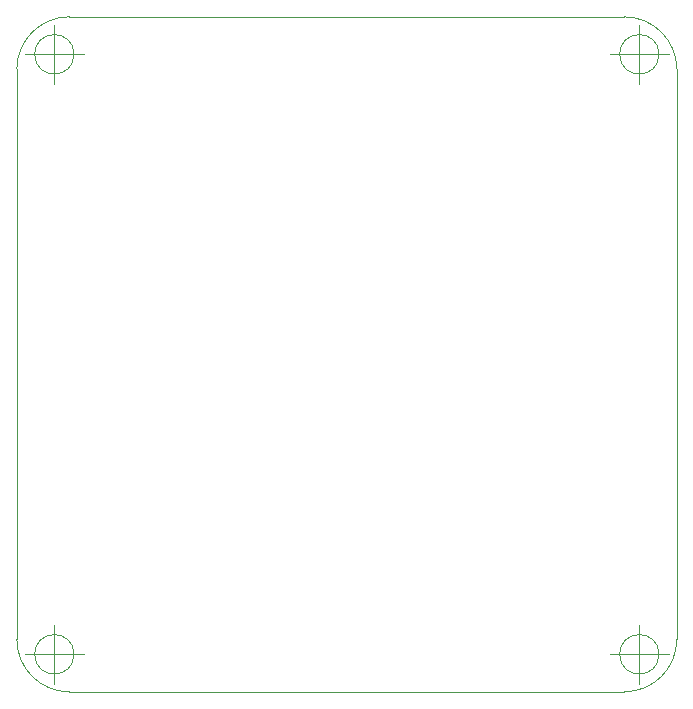
<source format=gbr>
%TF.GenerationSoftware,KiCad,Pcbnew,(5.1.10)-1*%
%TF.CreationDate,2021-07-13T13:10:11-06:00*%
%TF.ProjectId,HARDWARE,48415244-5741-4524-952e-6b696361645f,rev?*%
%TF.SameCoordinates,Original*%
%TF.FileFunction,Profile,NP*%
%FSLAX46Y46*%
G04 Gerber Fmt 4.6, Leading zero omitted, Abs format (unit mm)*
G04 Created by KiCad (PCBNEW (5.1.10)-1) date 2021-07-13 13:10:11*
%MOMM*%
%LPD*%
G01*
G04 APERTURE LIST*
%TA.AperFunction,Profile*%
%ADD10C,0.050000*%
%TD*%
G04 APERTURE END LIST*
D10*
X37861666Y-47625000D02*
G75*
G03*
X37861666Y-47625000I-1666666J0D01*
G01*
X33695000Y-47625000D02*
X38695000Y-47625000D01*
X36195000Y-45125000D02*
X36195000Y-50125000D01*
X87391666Y-47625000D02*
G75*
G03*
X87391666Y-47625000I-1666666J0D01*
G01*
X83225000Y-47625000D02*
X88225000Y-47625000D01*
X85725000Y-45125000D02*
X85725000Y-50125000D01*
X37861666Y-98425000D02*
G75*
G03*
X37861666Y-98425000I-1666666J0D01*
G01*
X33695000Y-98425000D02*
X38695000Y-98425000D01*
X36195000Y-95925000D02*
X36195000Y-100925000D01*
X87391666Y-98425000D02*
G75*
G03*
X87391666Y-98425000I-1666666J0D01*
G01*
X83225000Y-98425000D02*
X88225000Y-98425000D01*
X85725000Y-95925000D02*
X85725000Y-100925000D01*
X84455000Y-44450000D02*
G75*
G02*
X88900000Y-48895000I0J-4445000D01*
G01*
X88900000Y-97155000D02*
G75*
G02*
X84455000Y-101600000I-4445000J0D01*
G01*
X37465000Y-101600000D02*
G75*
G02*
X33020000Y-97155000I0J4445000D01*
G01*
X33020000Y-48895000D02*
G75*
G02*
X37465000Y-44450000I4445000J0D01*
G01*
X33020000Y-97155000D02*
X33020000Y-48895000D01*
X84455000Y-101600000D02*
X37465000Y-101600000D01*
X88900000Y-48895000D02*
X88900000Y-97155000D01*
X37465000Y-44450000D02*
X84455000Y-44450000D01*
M02*

</source>
